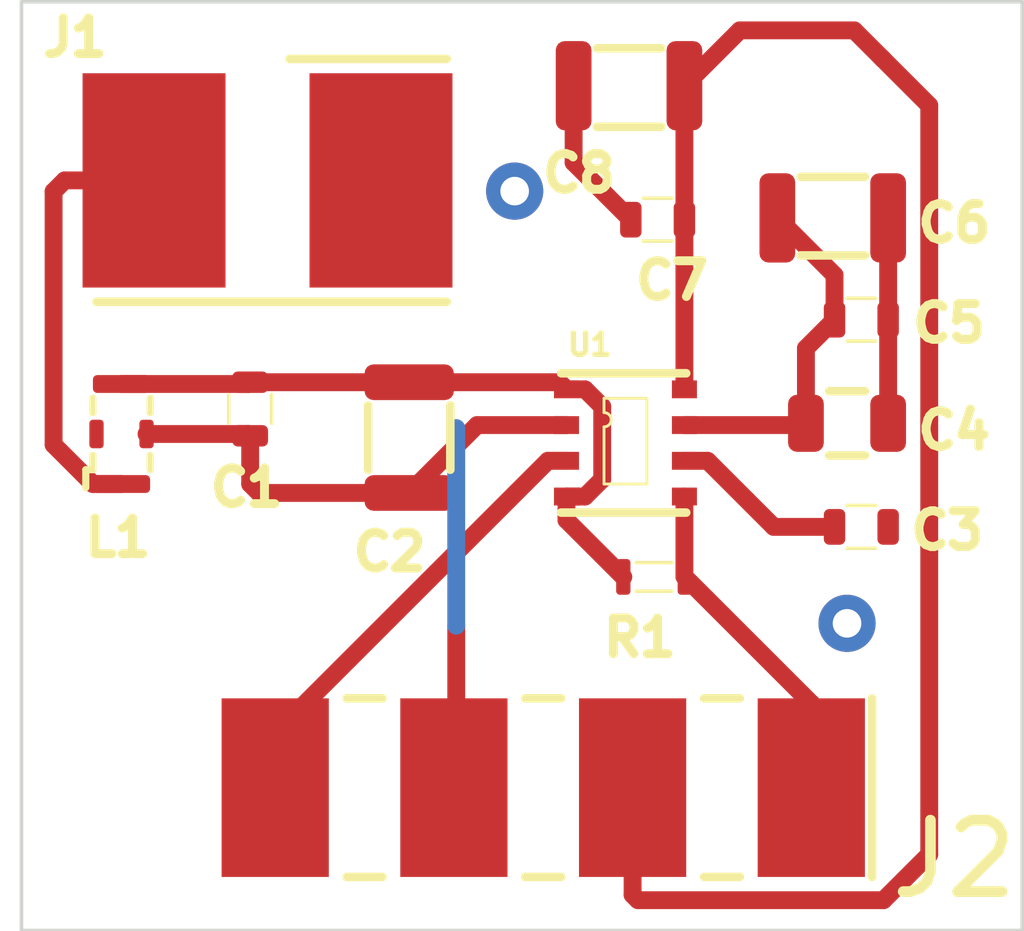
<source format=kicad_pcb>
(kicad_pcb (version 20171130) (host pcbnew 5.1.6-c6e7f7d~86~ubuntu18.04.1)

  (general
    (thickness 1.6)
    (drawings 4)
    (tracks 63)
    (zones 0)
    (modules 13)
    (nets 9)
  )

  (page A4)
  (layers
    (0 F.Cu signal)
    (31 B.Cu signal)
    (32 B.Adhes user hide)
    (33 F.Adhes user hide)
    (34 B.Paste user hide)
    (35 F.Paste user hide)
    (36 B.SilkS user)
    (37 F.SilkS user)
    (38 B.Mask user)
    (39 F.Mask user)
    (40 Dwgs.User user hide)
    (41 Cmts.User user hide)
    (42 Eco1.User user hide)
    (43 Eco2.User user hide)
    (44 Edge.Cuts user)
    (45 Margin user hide)
    (46 B.CrtYd user)
    (47 F.CrtYd user)
    (48 B.Fab user hide)
    (49 F.Fab user hide)
  )

  (setup
    (last_trace_width 0.25)
    (trace_clearance 0.2)
    (zone_clearance 0.25)
    (zone_45_only no)
    (trace_min 0.2)
    (via_size 0.8)
    (via_drill 0.4)
    (via_min_size 0.4)
    (via_min_drill 0.3)
    (uvia_size 0.3)
    (uvia_drill 0.1)
    (uvias_allowed no)
    (uvia_min_size 0.2)
    (uvia_min_drill 0.1)
    (edge_width 0.05)
    (segment_width 0.2)
    (pcb_text_width 0.3)
    (pcb_text_size 1.5 1.5)
    (mod_edge_width 0.12)
    (mod_text_size 1 1)
    (mod_text_width 0.15)
    (pad_size 1.524 1.524)
    (pad_drill 0.762)
    (pad_to_mask_clearance 0.051)
    (solder_mask_min_width 0.25)
    (aux_axis_origin 0 0)
    (visible_elements 7FFFFFFF)
    (pcbplotparams
      (layerselection 0x010f0_ffffffff)
      (usegerberextensions false)
      (usegerberattributes false)
      (usegerberadvancedattributes false)
      (creategerberjobfile false)
      (excludeedgelayer true)
      (linewidth 0.100000)
      (plotframeref false)
      (viasonmask false)
      (mode 1)
      (useauxorigin false)
      (hpglpennumber 1)
      (hpglpenspeed 20)
      (hpglpendiameter 15.000000)
      (psnegative false)
      (psa4output false)
      (plotreference true)
      (plotvalue true)
      (plotinvisibletext false)
      (padsonsilk false)
      (subtractmaskfromsilk false)
      (outputformat 1)
      (mirror false)
      (drillshape 0)
      (scaleselection 1)
      (outputdirectory ""))
  )

  (net 0 "")
  (net 1 GND)
  (net 2 "Net-(C1-Pad1)")
  (net 3 "Net-(C3-Pad1)")
  (net 4 /FMU-VDD_3V3)
  (net 5 /VDD_3V3_SENSORS)
  (net 6 /VDD_5V_IN)
  (net 7 /VDD_3V3_SENSORS_EN)
  (net 8 /FMU-!RESET)

  (net_class Default "This is the default net class."
    (clearance 0.2)
    (trace_width 0.25)
    (via_dia 0.8)
    (via_drill 0.4)
    (uvia_dia 0.3)
    (uvia_drill 0.1)
    (add_net /FMU-!RESET)
    (add_net /FMU-VDD_3V3)
    (add_net /VDD_3V3_SENSORS)
    (add_net /VDD_3V3_SENSORS_EN)
    (add_net /VDD_5V_IN)
    (add_net GND)
    (add_net "Net-(C1-Pad1)")
    (add_net "Net-(C3-Pad1)")
  )

  (module wooslib:CC0402ZRY5V7BB104_1.0x0.5mm (layer F.Cu) (tedit 5EC38E42) (tstamp 5EC42314)
    (at 149.2 104.7 270)
    (path /5EBE7262)
    (fp_text reference C1 (at 1.6 0.3 180) (layer F.SilkS)
      (effects (font (size 0.5 0.5) (thickness 0.125)))
    )
    (fp_text value 0u1 (at 0.5 1.15 90) (layer F.Fab)
      (effects (font (size 0.5 0.5) (thickness 0.125)))
    )
    (fp_line (start 0 0) (end 1 0) (layer F.Fab) (width 0.05))
    (fp_line (start 1 0.5) (end 0 0.5) (layer F.Fab) (width 0.05))
    (fp_line (start 1 0) (end 1 0.5) (layer F.Fab) (width 0.05))
    (fp_line (start 0 0) (end 0 0.5) (layer F.Fab) (width 0.05))
    (fp_line (start -0.1 -0.1) (end -0.1 0.6) (layer F.CrtYd) (width 0.05))
    (fp_line (start -0.1 0.6) (end 1.1 0.6) (layer F.CrtYd) (width 0.05))
    (fp_line (start 1.1 0.6) (end 1.1 -0.1) (layer F.CrtYd) (width 0.05))
    (fp_line (start 1.1 -0.1) (end -0.1 -0.1) (layer F.CrtYd) (width 0.05))
    (fp_line (start 0.3 -0.05) (end 0.7 -0.05) (layer F.SilkS) (width 0.05))
    (fp_line (start 0.3 0.55) (end 0.7 0.55) (layer F.SilkS) (width 0.05))
    (fp_text user %R (at 0.5 0.25 90) (layer F.Fab)
      (effects (font (size 0.25 0.25) (thickness 0.04)))
    )
    (pad 2 smd roundrect (at 0.875 0.25 270) (size 0.3 0.5) (layers F.Cu F.Paste F.Mask) (roundrect_rratio 0.25)
      (net 1 GND))
    (pad 1 smd roundrect (at 0.125 0.25 270) (size 0.3 0.5) (layers F.Cu F.Paste F.Mask) (roundrect_rratio 0.25)
      (net 2 "Net-(C1-Pad1)"))
  )

  (module wooslib:CL21A106KAYNNNE_2.0x1.25mm (layer F.Cu) (tedit 5EC38EFE) (tstamp 5EC42325)
    (at 151.8 104.6 270)
    (path /5EBE7FB5)
    (fp_text reference C2 (at 2.6 0.9 180) (layer F.SilkS)
      (effects (font (size 0.5 0.5) (thickness 0.125)))
    )
    (fp_text value 10u/25V (at 0.8 2.05 90) (layer F.Fab)
      (effects (font (size 0.5 0.5) (thickness 0.125)))
    )
    (fp_line (start 2 0) (end 2 1.25) (layer F.Fab) (width 0.05))
    (fp_line (start 0 1.25) (end 2 1.25) (layer F.Fab) (width 0.05))
    (fp_line (start 0 0) (end 0 1.25) (layer F.Fab) (width 0.05))
    (fp_line (start 0 0) (end 2 0) (layer F.Fab) (width 0.05))
    (fp_line (start -0.1 -0.1) (end -0.1 1.375) (layer F.CrtYd) (width 0.05))
    (fp_line (start -0.1 1.375) (end 2.1 1.375) (layer F.CrtYd) (width 0.05))
    (fp_line (start 2.1 1.375) (end 2.1 -0.1) (layer F.CrtYd) (width 0.05))
    (fp_line (start 2.1 -0.1) (end -0.1 -0.1) (layer F.CrtYd) (width 0.05))
    (fp_line (start 0.55 0.05) (end 1.45 0.05) (layer F.SilkS) (width 0.12))
    (fp_line (start 1.45 1.2) (end 0.55 1.2) (layer F.SilkS) (width 0.12))
    (fp_text user %R (at 0.975 0.65 90) (layer F.Fab)
      (effects (font (size 0.4 0.4) (thickness 0.07)))
    )
    (pad 2 smd roundrect (at 1.775 0.625 270) (size 0.5 1.25) (layers F.Cu F.Paste F.Mask) (roundrect_rratio 0.25)
      (net 1 GND))
    (pad 1 smd roundrect (at 0.225 0.625 270) (size 0.5 1.25) (layers F.Cu F.Paste F.Mask) (roundrect_rratio 0.25)
      (net 2 "Net-(C1-Pad1)"))
  )

  (module wooslib:CC0402KRX7R7BB103_1.0x0.5mm (layer F.Cu) (tedit 5EC38E23) (tstamp 5EC42336)
    (at 156.9 106.5)
    (path /5EBE80C3)
    (fp_text reference C3 (at 1.8 0.4) (layer F.SilkS)
      (effects (font (size 0.5 0.5) (thickness 0.125)))
    )
    (fp_text value 10n (at 0.4 1.25) (layer F.Fab)
      (effects (font (size 0.5 0.5) (thickness 0.125)))
    )
    (fp_line (start 1.2 0) (end 0 0) (layer F.CrtYd) (width 0.05))
    (fp_line (start 1.2 0.7) (end 1.2 0) (layer F.CrtYd) (width 0.05))
    (fp_line (start 0 0.7) (end 1.2 0.7) (layer F.CrtYd) (width 0.05))
    (fp_line (start 0 0) (end 0 0.7) (layer F.CrtYd) (width 0.05))
    (fp_line (start 0.1 0.1) (end 0.1 0.6) (layer F.Fab) (width 0.05))
    (fp_line (start 1.1 0.1) (end 1.1 0.6) (layer F.Fab) (width 0.05))
    (fp_line (start 1.1 0.6) (end 0.1 0.6) (layer F.Fab) (width 0.05))
    (fp_line (start 0.1 0.1) (end 1.1 0.1) (layer F.Fab) (width 0.05))
    (fp_line (start 0.4 0.05) (end 0.8 0.05) (layer F.SilkS) (width 0.05))
    (fp_line (start 0.4 0.65) (end 0.8 0.65) (layer F.SilkS) (width 0.05))
    (fp_text user %R (at 0.6 0.35) (layer F.Fab)
      (effects (font (size 0.25 0.25) (thickness 0.04)))
    )
    (pad 1 smd roundrect (at 0.225 0.35) (size 0.3 0.5) (layers F.Cu F.Paste F.Mask) (roundrect_rratio 0.25)
      (net 3 "Net-(C3-Pad1)"))
    (pad 2 smd roundrect (at 0.975 0.35) (size 0.3 0.5) (layers F.Cu F.Paste F.Mask) (roundrect_rratio 0.25)
      (net 1 GND))
  )

  (module wooslib:CC0603ZRY5V7BB105_1.6x0.8 (layer F.Cu) (tedit 5EC38EE5) (tstamp 5EC42347)
    (at 156.5 105)
    (path /5EBE963D)
    (fp_text reference C4 (at 2.3 0.5) (layer F.SilkS)
      (effects (font (size 0.5 0.5) (thickness 0.125)))
    )
    (fp_text value 1u (at 0.575 1.525) (layer F.Fab)
      (effects (font (size 0.5 0.5) (thickness 0.125)))
    )
    (fp_line (start 0 0.8) (end 1.6 0.8) (layer F.Fab) (width 0.05))
    (fp_line (start 0 0) (end 1.6 0) (layer F.Fab) (width 0.05))
    (fp_line (start 0 0) (end 0 0.8) (layer F.Fab) (width 0.05))
    (fp_line (start 1.6 0.8) (end 1.6 0) (layer F.Fab) (width 0.05))
    (fp_line (start -0.1 -0.1) (end -0.1 0.9) (layer F.CrtYd) (width 0.05))
    (fp_line (start -0.1 0.9) (end 1.7 0.9) (layer F.CrtYd) (width 0.05))
    (fp_line (start 1.7 0.9) (end 1.7 -0.1) (layer F.CrtYd) (width 0.05))
    (fp_line (start 1.7 -0.1) (end -0.1 -0.1) (layer F.CrtYd) (width 0.05))
    (fp_line (start 0.55 -0.05) (end 1.05 -0.05) (layer F.SilkS) (width 0.12))
    (fp_line (start 0.55 0.85) (end 1.05 0.85) (layer F.SilkS) (width 0.12))
    (fp_text user %R (at 0.81 0.42) (layer F.Fab)
      (effects (font (size 0.35 0.35) (thickness 0.07)))
    )
    (pad 1 smd roundrect (at 0.225 0.4) (size 0.5 0.8) (layers F.Cu F.Paste F.Mask) (roundrect_rratio 0.25)
      (net 4 /FMU-VDD_3V3))
    (pad 2 smd roundrect (at 1.375 0.4) (size 0.5 0.8) (layers F.Cu F.Paste F.Mask) (roundrect_rratio 0.25)
      (net 1 GND))
  )

  (module wooslib:CC0402ZRY5V7BB104_1.0x0.5mm (layer F.Cu) (tedit 5EC38E42) (tstamp 5EC42358)
    (at 157 103.7)
    (path /5EBE8163)
    (fp_text reference C5 (at 1.725 0.3) (layer F.SilkS)
      (effects (font (size 0.5 0.5) (thickness 0.125)))
    )
    (fp_text value 0u1 (at 0.5 1.15) (layer F.Fab)
      (effects (font (size 0.5 0.5) (thickness 0.125)))
    )
    (fp_line (start 0.3 0.55) (end 0.7 0.55) (layer F.SilkS) (width 0.05))
    (fp_line (start 0.3 -0.05) (end 0.7 -0.05) (layer F.SilkS) (width 0.05))
    (fp_line (start 1.1 -0.1) (end -0.1 -0.1) (layer F.CrtYd) (width 0.05))
    (fp_line (start 1.1 0.6) (end 1.1 -0.1) (layer F.CrtYd) (width 0.05))
    (fp_line (start -0.1 0.6) (end 1.1 0.6) (layer F.CrtYd) (width 0.05))
    (fp_line (start -0.1 -0.1) (end -0.1 0.6) (layer F.CrtYd) (width 0.05))
    (fp_line (start 0 0) (end 0 0.5) (layer F.Fab) (width 0.05))
    (fp_line (start 1 0) (end 1 0.5) (layer F.Fab) (width 0.05))
    (fp_line (start 1 0.5) (end 0 0.5) (layer F.Fab) (width 0.05))
    (fp_line (start 0 0) (end 1 0) (layer F.Fab) (width 0.05))
    (fp_text user %R (at 0.5 0.25) (layer F.Fab)
      (effects (font (size 0.25 0.25) (thickness 0.04)))
    )
    (pad 1 smd roundrect (at 0.125 0.25) (size 0.3 0.5) (layers F.Cu F.Paste F.Mask) (roundrect_rratio 0.25)
      (net 4 /FMU-VDD_3V3))
    (pad 2 smd roundrect (at 0.875 0.25) (size 0.3 0.5) (layers F.Cu F.Paste F.Mask) (roundrect_rratio 0.25)
      (net 1 GND))
  )

  (module wooslib:CL21A226MAQNNNE_2.0x1.25mm (layer F.Cu) (tedit 5EC38F1D) (tstamp 5EC42369)
    (at 156 101.8)
    (path /5EBE81B4)
    (fp_text reference C6 (at 2.8 0.8) (layer F.SilkS)
      (effects (font (size 0.5 0.5) (thickness 0.125)))
    )
    (fp_text value 22u/25V (at 1 2) (layer F.Fab)
      (effects (font (size 0.5 0.5) (thickness 0.125)))
    )
    (fp_line (start 2.1 0.1) (end 2.1 1.35) (layer F.Fab) (width 0.05))
    (fp_line (start 2.2 0) (end 0 0) (layer F.CrtYd) (width 0.05))
    (fp_line (start 0.1 0.1) (end 2.1 0.1) (layer F.Fab) (width 0.05))
    (fp_line (start 0.1 0.1) (end 0.1 1.35) (layer F.Fab) (width 0.05))
    (fp_line (start 0.1 1.35) (end 2.1 1.35) (layer F.Fab) (width 0.05))
    (fp_line (start 2.2 1.475) (end 2.2 0) (layer F.CrtYd) (width 0.05))
    (fp_line (start 0 0) (end 0 1.475) (layer F.CrtYd) (width 0.05))
    (fp_line (start 0 1.475) (end 2.2 1.475) (layer F.CrtYd) (width 0.05))
    (fp_line (start 0.65 0.15) (end 1.55 0.15) (layer F.SilkS) (width 0.12))
    (fp_line (start 1.55 1.25) (end 0.65 1.25) (layer F.SilkS) (width 0.12))
    (fp_text user %R (at 1.075 0.75) (layer F.Fab)
      (effects (font (size 0.4 0.4) (thickness 0.07)))
    )
    (pad 1 smd roundrect (at 0.325 0.725) (size 0.5 1.25) (layers F.Cu F.Paste F.Mask) (roundrect_rratio 0.25)
      (net 4 /FMU-VDD_3V3))
    (pad 2 smd roundrect (at 1.875 0.725) (size 0.5 1.25) (layers F.Cu F.Paste F.Mask) (roundrect_rratio 0.25)
      (net 1 GND))
  )

  (module wooslib:CC0402ZRY5V7BB104_1.0x0.5mm (layer F.Cu) (tedit 5EC38E42) (tstamp 5EC4237A)
    (at 155.15 102.8 180)
    (path /5EBE8831)
    (fp_text reference C7 (at 0.3 -0.6) (layer F.SilkS)
      (effects (font (size 0.5 0.5) (thickness 0.125)))
    )
    (fp_text value 0u1 (at 0.5 1.15) (layer F.Fab)
      (effects (font (size 0.5 0.5) (thickness 0.125)))
    )
    (fp_line (start 0 0) (end 1 0) (layer F.Fab) (width 0.05))
    (fp_line (start 1 0.5) (end 0 0.5) (layer F.Fab) (width 0.05))
    (fp_line (start 1 0) (end 1 0.5) (layer F.Fab) (width 0.05))
    (fp_line (start 0 0) (end 0 0.5) (layer F.Fab) (width 0.05))
    (fp_line (start -0.1 -0.1) (end -0.1 0.6) (layer F.CrtYd) (width 0.05))
    (fp_line (start -0.1 0.6) (end 1.1 0.6) (layer F.CrtYd) (width 0.05))
    (fp_line (start 1.1 0.6) (end 1.1 -0.1) (layer F.CrtYd) (width 0.05))
    (fp_line (start 1.1 -0.1) (end -0.1 -0.1) (layer F.CrtYd) (width 0.05))
    (fp_line (start 0.3 -0.05) (end 0.7 -0.05) (layer F.SilkS) (width 0.05))
    (fp_line (start 0.3 0.55) (end 0.7 0.55) (layer F.SilkS) (width 0.05))
    (fp_text user %R (at 0.5 0.25) (layer F.Fab)
      (effects (font (size 0.25 0.25) (thickness 0.04)))
    )
    (pad 2 smd roundrect (at 0.875 0.25 180) (size 0.3 0.5) (layers F.Cu F.Paste F.Mask) (roundrect_rratio 0.25)
      (net 1 GND))
    (pad 1 smd roundrect (at 0.125 0.25 180) (size 0.3 0.5) (layers F.Cu F.Paste F.Mask) (roundrect_rratio 0.25)
      (net 5 /VDD_3V3_SENSORS))
  )

  (module wooslib:CL21A226MAQNNNE_2.0x1.25mm (layer F.Cu) (tedit 5EC38F1D) (tstamp 5EC4238B)
    (at 155.35 101.4 180)
    (path /5EBEA0B6)
    (fp_text reference C8 (at 1.8 -0.5) (layer F.SilkS)
      (effects (font (size 0.5 0.5) (thickness 0.125)))
    )
    (fp_text value 22u/25V (at 1 2) (layer F.Fab)
      (effects (font (size 0.5 0.5) (thickness 0.125)))
    )
    (fp_line (start 1.55 1.25) (end 0.65 1.25) (layer F.SilkS) (width 0.12))
    (fp_line (start 0.65 0.15) (end 1.55 0.15) (layer F.SilkS) (width 0.12))
    (fp_line (start 0 1.475) (end 2.2 1.475) (layer F.CrtYd) (width 0.05))
    (fp_line (start 0 0) (end 0 1.475) (layer F.CrtYd) (width 0.05))
    (fp_line (start 2.2 1.475) (end 2.2 0) (layer F.CrtYd) (width 0.05))
    (fp_line (start 0.1 1.35) (end 2.1 1.35) (layer F.Fab) (width 0.05))
    (fp_line (start 0.1 0.1) (end 0.1 1.35) (layer F.Fab) (width 0.05))
    (fp_line (start 0.1 0.1) (end 2.1 0.1) (layer F.Fab) (width 0.05))
    (fp_line (start 2.2 0) (end 0 0) (layer F.CrtYd) (width 0.05))
    (fp_line (start 2.1 0.1) (end 2.1 1.35) (layer F.Fab) (width 0.05))
    (fp_text user %R (at 1.075 0.75) (layer F.Fab)
      (effects (font (size 0.4 0.4) (thickness 0.07)))
    )
    (pad 2 smd roundrect (at 1.875 0.725 180) (size 0.5 1.25) (layers F.Cu F.Paste F.Mask) (roundrect_rratio 0.25)
      (net 1 GND))
    (pad 1 smd roundrect (at 0.325 0.725 180) (size 0.5 1.25) (layers F.Cu F.Paste F.Mask) (roundrect_rratio 0.25)
      (net 5 /VDD_3V3_SENSORS))
  )

  (module wooslib:FMU3_VDD_5V_IN_Connector (layer F.Cu) (tedit 5EC38F6A) (tstamp 5EC4239D)
    (at 145.7 102 90)
    (path /5EC3E655)
    (fp_text reference J1 (at 2 0.8 180) (layer F.SilkS)
      (effects (font (size 0.5 0.5) (thickness 0.125)))
    )
    (fp_text value Conn_01x02_Male (at 0 7 90) (layer F.Fab)
      (effects (font (size 0.5 0.5) (thickness 0.125)))
    )
    (fp_line (start -1 1) (end 1.5 1) (layer F.Fab) (width 0.12))
    (fp_line (start 1.5 1) (end 1.5 6) (layer F.Fab) (width 0.12))
    (fp_line (start 1.5 6) (end -1.5 6) (layer F.Fab) (width 0.12))
    (fp_line (start -1.5 6) (end -1.5 1.5) (layer F.Fab) (width 0.12))
    (fp_line (start -1.5 1.5) (end -1 1) (layer F.Fab) (width 0.12))
    (fp_line (start -2 0.5) (end -2 6.5) (layer F.CrtYd) (width 0.12))
    (fp_line (start -2 6.5) (end 2 6.5) (layer F.CrtYd) (width 0.12))
    (fp_line (start 2 6.5) (end 2 0.5) (layer F.CrtYd) (width 0.12))
    (fp_line (start 2 0.5) (end -2 0.5) (layer F.CrtYd) (width 0.12))
    (fp_line (start -1.7 1.1) (end -1.7 6) (layer F.SilkS) (width 0.12))
    (fp_line (start 1.7 6) (end 1.7 3.8) (layer F.SilkS) (width 0.12))
    (fp_text user %R (at 0 3.175) (layer F.Fab)
      (effects (font (size 1 1) (thickness 0.15)))
    )
    (pad 2 smd rect (at 0 5.08 90) (size 3 2) (layers F.Cu F.Paste F.Mask)
      (net 1 GND))
    (pad 1 smd rect (at 0 1.905 90) (size 3 2) (layers F.Cu F.Paste F.Mask)
      (net 6 /VDD_5V_IN))
  )

  (module wooslib:MIC5332_OUTPUT_Connector (layer F.Cu) (tedit 5EC390E2) (tstamp 5EC423B4)
    (at 154.3 110.5 270)
    (path /5EC5E87A)
    (fp_text reference J2 (at 1 -4.5 180) (layer F.SilkS)
      (effects (font (size 1 1) (thickness 0.15)))
    )
    (fp_text value Conn_01x04_Male (at 0 7 90) (layer F.Fab)
      (effects (font (size 1 1) (thickness 0.15)))
    )
    (fp_line (start -1 -3) (end -1 5.5) (layer F.Fab) (width 0.12))
    (fp_line (start -1 5.5) (end 1 5.5) (layer F.Fab) (width 0.12))
    (fp_line (start 1 5.5) (end 1 -3) (layer F.Fab) (width 0.12))
    (fp_line (start 1 -3) (end -1 -3) (layer F.Fab) (width 0.12))
    (fp_line (start -1.5 -3.5) (end -1.5 6) (layer F.CrtYd) (width 0.12))
    (fp_line (start -1.5 6) (end 1.5 6) (layer F.CrtYd) (width 0.12))
    (fp_line (start 1.5 6) (end 1.5 -3.5) (layer F.CrtYd) (width 0.12))
    (fp_line (start 1.5 -3.5) (end -1.5 -3.5) (layer F.CrtYd) (width 0.12))
    (fp_line (start -1.25 -1.5) (end -1.25 -1) (layer F.SilkS) (width 0.12))
    (fp_line (start 1.25 -1.5) (end 1.25 -1) (layer F.SilkS) (width 0.12))
    (fp_line (start -1.25 1) (end -1.25 1.5) (layer F.SilkS) (width 0.12))
    (fp_line (start 1.25 1) (end 1.25 1.5) (layer F.SilkS) (width 0.12))
    (fp_line (start 1.25 3.5) (end 1.25 4) (layer F.SilkS) (width 0.12))
    (fp_line (start -1.25 3.5) (end -1.25 4) (layer F.SilkS) (width 0.12))
    (fp_line (start -1.25 -3.35) (end 1.25 -3.35) (layer F.SilkS) (width 0.12))
    (pad 2 smd rect (at 0 0 270) (size 2.5 1.5) (layers F.Cu F.Paste F.Mask)
      (net 5 /VDD_3V3_SENSORS))
    (pad 1 smd rect (at 0 -2.5 270) (size 2.5 1.5) (layers F.Cu F.Paste F.Mask)
      (net 7 /VDD_3V3_SENSORS_EN))
    (pad 3 smd rect (at 0 2.5 270) (size 2.5 1.5) (layers F.Cu F.Paste F.Mask)
      (net 4 /FMU-VDD_3V3))
    (pad 4 smd rect (at 0 5 270) (size 2.5 1.5) (layers F.Cu F.Paste F.Mask)
      (net 8 /FMU-!RESET))
  )

  (module wooslib:KNH16C104DA5TS_EMI_filter (layer F.Cu) (tedit 5EC39048) (tstamp 5EC423D3)
    (at 146.8 106.3 90)
    (path /5EC31E0D)
    (fp_text reference L1 (at -0.7 0.3 180) (layer F.SilkS)
      (effects (font (size 0.5 0.5) (thickness 0.125)))
    )
    (fp_text value "Kyocera KNH16C104DA5TS EMI filter" (at 0.7 1.55 90) (layer F.Fab)
      (effects (font (size 0.5 0.5) (thickness 0.125)))
    )
    (fp_line (start 0 0) (end 1.5 0) (layer F.Fab) (width 0.05))
    (fp_line (start 1.5 0.7) (end 1.5 0) (layer F.Fab) (width 0.05))
    (fp_line (start 0 0.7) (end 1.5 0.7) (layer F.Fab) (width 0.05))
    (fp_line (start 0 0) (end 0 0.7) (layer F.Fab) (width 0.05))
    (fp_line (start 1 -0.1) (end 1 -0.2) (layer F.CrtYd) (width 0.05))
    (fp_line (start 1 -0.2) (end 0.5 -0.2) (layer F.CrtYd) (width 0.05))
    (fp_line (start 0.5 -0.2) (end 0.5 -0.1) (layer F.CrtYd) (width 0.05))
    (fp_line (start -0.15 -0.1) (end -0.15 0.8) (layer F.CrtYd) (width 0.05))
    (fp_line (start 0.5 0.8) (end 0.5 0.9) (layer F.CrtYd) (width 0.05))
    (fp_line (start 0.5 0.9) (end 1 0.9) (layer F.CrtYd) (width 0.05))
    (fp_line (start 1 0.9) (end 1 0.8) (layer F.CrtYd) (width 0.05))
    (fp_line (start 1.65 0.8) (end 1.65 -0.1) (layer F.CrtYd) (width 0.05))
    (fp_line (start -0.15 -0.1) (end 0.5 -0.1) (layer F.CrtYd) (width 0.05))
    (fp_line (start 1 -0.1) (end 1.65 -0.1) (layer F.CrtYd) (width 0.05))
    (fp_line (start 1.65 0.8) (end 1 0.8) (layer F.CrtYd) (width 0.05))
    (fp_line (start 0.5 0.8) (end -0.15 0.8) (layer F.CrtYd) (width 0.05))
    (fp_line (start 0 -0.15) (end 0.25 -0.15) (layer F.SilkS) (width 0.1))
    (fp_line (start 0.25 -0.15) (end 0.25 -0.05) (layer F.SilkS) (width 0.1))
    (fp_line (start 0.25 -0.05) (end 0.45 -0.05) (layer F.SilkS) (width 0.1))
    (fp_line (start 1.25 -0.05) (end 1.05 -0.05) (layer F.SilkS) (width 0.1))
    (fp_line (start 0.45 0.75) (end 0.25 0.75) (layer F.SilkS) (width 0.1))
    (fp_line (start 1.25 0.75) (end 1.05 0.75) (layer F.SilkS) (width 0.1))
    (fp_text user %R (at 0.75 0.375 90) (layer F.Fab)
      (effects (font (size 0.35 0.35) (thickness 0.075)))
    )
    (pad 4 smd roundrect (at 0.75 0 90) (size 0.4 0.2) (layers F.Cu F.Paste F.Mask) (roundrect_rratio 0.25))
    (pad 1 smd roundrect (at 0.05 0.35 90) (size 0.25 0.8) (layers F.Cu F.Paste F.Mask) (roundrect_rratio 0.24)
      (net 6 /VDD_5V_IN))
    (pad 3 smd roundrect (at 1.45 0.35 90) (size 0.25 0.8) (layers F.Cu F.Paste F.Mask) (roundrect_rratio 0.24)
      (net 2 "Net-(C1-Pad1)"))
    (pad 2 smd roundrect (at 0.75 0.7 90) (size 0.4 0.2) (layers F.Cu F.Paste F.Mask) (roundrect_rratio 0.25)
      (net 1 GND))
  )

  (module wooslib:RC0402FR-0710KL_1.0x0.5mm (layer F.Cu) (tedit 5EC3910A) (tstamp 5EC423E4)
    (at 155.1 107.8 180)
    (path /5EBF3B71)
    (fp_text reference R1 (at 0.7 -0.6) (layer F.SilkS)
      (effects (font (size 0.5 0.5) (thickness 0.125)))
    )
    (fp_text value 10K (at -0.3 1.7) (layer F.Fab)
      (effects (font (size 0.5 0.5) (thickness 0.125)))
    )
    (fp_line (start 0 0) (end 0 0.5) (layer F.Fab) (width 0.05))
    (fp_line (start 0 0) (end 1 0) (layer F.Fab) (width 0.05))
    (fp_line (start 1 0) (end 1 0.5) (layer F.Fab) (width 0.05))
    (fp_line (start 1 0.5) (end 0 0.5) (layer F.Fab) (width 0.05))
    (fp_line (start -0.1 -0.1) (end -0.1 0.6) (layer F.CrtYd) (width 0.05))
    (fp_line (start -0.1 0.6) (end 1.1 0.6) (layer F.CrtYd) (width 0.05))
    (fp_line (start 1.1 0.6) (end 1.1 -0.1) (layer F.CrtYd) (width 0.05))
    (fp_line (start 1.1 -0.1) (end -0.1 -0.1) (layer F.CrtYd) (width 0.05))
    (fp_line (start 0.25 0.05) (end 0.75 0.05) (layer F.SilkS) (width 0.05))
    (fp_line (start 0.75 0.45) (end 0.25 0.45) (layer F.SilkS) (width 0.05))
    (fp_text user %R (at 0.51 0.24) (layer F.Fab)
      (effects (font (size 0.2 0.2) (thickness 0.04)))
    )
    (pad 1 smd roundrect (at 0.07 0.25 180) (size 0.2 0.5) (layers F.Cu F.Paste F.Mask) (roundrect_rratio 0.25)
      (net 7 /VDD_3V3_SENSORS_EN))
    (pad 2 smd roundrect (at 0.93 0.25 180) (size 0.2 0.5) (layers F.Cu F.Paste F.Mask) (roundrect_rratio 0.25)
      (net 2 "Net-(C1-Pad1)"))
  )

  (module wooslib:MIC5332 (layer F.Cu) (tedit 5EC3907C) (tstamp 5EC42400)
    (at 153.2 104.8)
    (path /5EBE6924)
    (fp_text reference U1 (at 0.5 -0.5) (layer F.SilkS)
      (effects (font (size 0.3 0.3) (thickness 0.075)))
    )
    (fp_text value MIC5332 (at 0.8 2.3) (layer F.Fab)
      (effects (font (size 0.3 0.3) (thickness 0.075)))
    )
    (fp_line (start 0 -0.125) (end 2 -0.125) (layer F.Fab) (width 0.04))
    (fp_line (start 0 1.875) (end 0 -0.125) (layer F.Fab) (width 0.04))
    (fp_line (start 2 1.875) (end 0 1.875) (layer F.Fab) (width 0.04))
    (fp_line (start 2 -0.125) (end 2 1.875) (layer F.Fab) (width 0.04))
    (fp_line (start 0.7 1.45) (end 1.3 1.45) (layer F.SilkS) (width 0.04))
    (fp_line (start 1.3 1.45) (end 1.3 0.25) (layer F.SilkS) (width 0.04))
    (fp_line (start 1.3 0.25) (end 0.7 0.25) (layer F.SilkS) (width 0.04))
    (fp_line (start 0.7 0.25) (end 0.7 0.45) (layer F.SilkS) (width 0.04))
    (fp_line (start 0.7 0.65) (end 0.7 1.45) (layer F.SilkS) (width 0.04))
    (fp_line (start -0.1 2) (end 2.1 2) (layer F.CrtYd) (width 0.04))
    (fp_line (start 2.1 2) (end 2.1 -0.2) (layer F.CrtYd) (width 0.04))
    (fp_line (start 2.1 -0.2) (end -0.1 -0.2) (layer F.CrtYd) (width 0.04))
    (fp_line (start -0.1 -0.2) (end -0.1 2) (layer F.CrtYd) (width 0.04))
    (fp_line (start 0.1 -0.1) (end 1.85 -0.1) (layer F.SilkS) (width 0.12))
    (fp_line (start 1.85 1.85) (end 0.1 1.85) (layer F.SilkS) (width 0.12))
    (fp_arc (start 0.7 0.55) (end 0.7 0.45) (angle 180) (layer F.SilkS) (width 0.04))
    (pad 1 smd trapezoid (at 0.175 0.125 270) (size 0.25 0.35) (layers F.Cu F.Paste F.Mask)
      (net 2 "Net-(C1-Pad1)"))
    (pad 2 smd trapezoid (at 0.175 0.625 90) (size 0.25 0.35) (layers F.Cu F.Paste F.Mask)
      (net 1 GND))
    (pad 3 smd trapezoid (at 0.175 1.125 90) (size 0.25 0.35) (layers F.Cu F.Paste F.Mask)
      (net 8 /FMU-!RESET))
    (pad 4 smd trapezoid (at 0.175 1.625 90) (size 0.25 0.35) (layers F.Cu F.Paste F.Mask)
      (net 2 "Net-(C1-Pad1)"))
    (pad 5 smd trapezoid (at 1.825 1.625 90) (size 0.25 0.35) (layers F.Cu F.Paste F.Mask)
      (net 7 /VDD_3V3_SENSORS_EN))
    (pad 6 smd trapezoid (at 1.825 1.125 90) (size 0.25 0.35) (layers F.Cu F.Paste F.Mask)
      (net 3 "Net-(C3-Pad1)"))
    (pad 7 smd trapezoid (at 1.825 0.625 90) (size 0.25 0.35) (layers F.Cu F.Paste F.Mask)
      (net 4 /FMU-VDD_3V3))
    (pad 8 smd trapezoid (at 1.825 0.125 90) (size 0.25 0.35) (layers F.Cu F.Paste F.Mask)
      (net 5 /VDD_3V3_SENSORS))
  )

  (gr_line (start 159.75 99.5) (end 145.75 99.5) (layer Edge.Cuts) (width 0.05) (tstamp 5EC42F84))
  (gr_line (start 159.75 112.5) (end 159.75 99.5) (layer Edge.Cuts) (width 0.05))
  (gr_line (start 145.75 112.5) (end 159.75 112.5) (layer Edge.Cuts) (width 0.05))
  (gr_line (start 145.75 99.5) (end 145.75 112.5) (layer Edge.Cuts) (width 0.05))

  (segment (start 148.925 105.55) (end 148.95 105.575) (width 0.25) (layer F.Cu) (net 1))
  (segment (start 157.875 102.525) (end 157.875 103.95) (width 0.25) (layer F.Cu) (net 1))
  (segment (start 157.875 103.95) (end 157.875 105.4) (width 0.25) (layer F.Cu) (net 1))
  (segment (start 151.175 106.375) (end 152.125 105.425) (width 0.25) (layer F.Cu) (net 1))
  (segment (start 152.125 105.425) (end 153.375 105.425) (width 0.25) (layer F.Cu) (net 1))
  (segment (start 148.95 106.25) (end 149.075 106.375) (width 0.25) (layer F.Cu) (net 1))
  (segment (start 148.95 105.575) (end 148.95 106.25) (width 0.25) (layer F.Cu) (net 1))
  (segment (start 149.075 106.375) (end 151.175 106.375) (width 0.25) (layer F.Cu) (net 1))
  (segment (start 147.5 105.55) (end 148.925 105.55) (width 0.25) (layer F.Cu) (net 1))
  (segment (start 153.475 101.75) (end 154.275 102.55) (width 0.25) (layer F.Cu) (net 1))
  (segment (start 153.475 100.675) (end 153.475 101.75) (width 0.25) (layer F.Cu) (net 1))
  (via (at 152.65 102.15) (size 0.8) (drill 0.4) (layers F.Cu B.Cu) (net 1))
  (via (at 157.3 108.2) (size 0.8) (drill 0.4) (layers F.Cu B.Cu) (net 1))
  (segment (start 148.925 104.85) (end 148.95 104.825) (width 0.25) (layer F.Cu) (net 2))
  (segment (start 153.275 104.825) (end 153.375 104.925) (width 0.25) (layer F.Cu) (net 2))
  (segment (start 153.375 106.755) (end 154.17 107.55) (width 0.25) (layer F.Cu) (net 2))
  (segment (start 153.375 106.425) (end 153.375 106.755) (width 0.25) (layer F.Cu) (net 2))
  (segment (start 153.55 106.425) (end 153.375 106.425) (width 0.25) (layer F.Cu) (net 2))
  (segment (start 153.87501 106.184626) (end 153.634636 106.425) (width 0.25) (layer F.Cu) (net 2))
  (segment (start 153.634636 106.425) (end 153.55 106.425) (width 0.25) (layer F.Cu) (net 2))
  (segment (start 153.87501 105.165374) (end 153.87501 106.184626) (width 0.25) (layer F.Cu) (net 2))
  (segment (start 153.634636 104.925) (end 153.87501 105.165374) (width 0.25) (layer F.Cu) (net 2))
  (segment (start 153.375 104.925) (end 153.634636 104.925) (width 0.25) (layer F.Cu) (net 2))
  (segment (start 151.175 104.825) (end 153.275 104.825) (width 0.25) (layer F.Cu) (net 2))
  (segment (start 148.95 104.825) (end 151.175 104.825) (width 0.25) (layer F.Cu) (net 2))
  (segment (start 147.15 104.85) (end 148.925 104.85) (width 0.25) (layer F.Cu) (net 2))
  (segment (start 155.025 105.925) (end 155.35 105.925) (width 0.25) (layer F.Cu) (net 3))
  (segment (start 155.35 105.925) (end 156.275 106.85) (width 0.25) (layer F.Cu) (net 3))
  (segment (start 157.125 106.85) (end 156.275 106.85) (width 0.25) (layer F.Cu) (net 3))
  (segment (start 156.7 105.425) (end 156.725 105.4) (width 0.25) (layer F.Cu) (net 4))
  (segment (start 155.025 105.425) (end 156.7 105.425) (width 0.25) (layer F.Cu) (net 4))
  (segment (start 156.725 104.35) (end 157.125 103.95) (width 0.25) (layer F.Cu) (net 4))
  (segment (start 156.725 105.4) (end 156.725 104.35) (width 0.25) (layer F.Cu) (net 4))
  (segment (start 157.125 103.325) (end 156.325 102.525) (width 0.25) (layer F.Cu) (net 4))
  (segment (start 157.125 103.95) (end 157.125 103.325) (width 0.25) (layer F.Cu) (net 4))
  (segment (start 151.832835 105.467165) (end 151.832835 108.232835) (width 0.25) (layer B.Cu) (net 4))
  (segment (start 151.832835 110.467165) (end 151.8 110.5) (width 0.25) (layer F.Cu) (net 4))
  (segment (start 151.832835 108.232835) (end 151.832835 110.467165) (width 0.25) (layer F.Cu) (net 4))
  (segment (start 155.799999 99.900001) (end 157.400001 99.900001) (width 0.25) (layer F.Cu) (net 5))
  (segment (start 155.025 100.675) (end 155.799999 99.900001) (width 0.25) (layer F.Cu) (net 5))
  (segment (start 155.025 100.675) (end 155.025 102.55) (width 0.25) (layer F.Cu) (net 5))
  (segment (start 155.025 102.55) (end 155.025 104.925) (width 0.25) (layer F.Cu) (net 5))
  (segment (start 157.810001 112.075001) (end 158.45001 111.434992) (width 0.25) (layer F.Cu) (net 5))
  (segment (start 154.375001 112.075001) (end 157.810001 112.075001) (width 0.25) (layer F.Cu) (net 5))
  (segment (start 154.3 112) (end 154.375001 112.075001) (width 0.25) (layer F.Cu) (net 5))
  (segment (start 154.3 110.5) (end 154.3 112) (width 0.25) (layer F.Cu) (net 5))
  (segment (start 157.400001 99.900001) (end 157.8 100.3) (width 0.25) (layer F.Cu) (net 5))
  (segment (start 157.774999 100.274999) (end 157.8 100.3) (width 0.25) (layer F.Cu) (net 5))
  (segment (start 158.45001 100.95001) (end 157.8 100.3) (width 0.25) (layer F.Cu) (net 5))
  (segment (start 158.45001 111.434992) (end 158.45001 100.95001) (width 0.25) (layer F.Cu) (net 5))
  (segment (start 146.75 106.25) (end 146.2 105.7) (width 0.25) (layer F.Cu) (net 6))
  (segment (start 147.15 106.25) (end 146.75 106.25) (width 0.25) (layer F.Cu) (net 6))
  (segment (start 146.355 102) (end 147.605 102) (width 0.25) (layer F.Cu) (net 6))
  (segment (start 146.2 102.155) (end 146.355 102) (width 0.25) (layer F.Cu) (net 6))
  (segment (start 146.2 105.7) (end 146.2 102.155) (width 0.25) (layer F.Cu) (net 6))
  (segment (start 156.8 109.32) (end 156.8 110.5) (width 0.25) (layer F.Cu) (net 7))
  (segment (start 155.03 107.55) (end 156.8 109.32) (width 0.25) (layer F.Cu) (net 7))
  (segment (start 155.025 107.545) (end 155.03 107.55) (width 0.25) (layer F.Cu) (net 7))
  (segment (start 155.025 106.425) (end 155.025 107.545) (width 0.25) (layer F.Cu) (net 7))
  (segment (start 153.2 105.925) (end 153.375 105.925) (width 0.25) (layer F.Cu) (net 8))
  (segment (start 153.115364 105.925) (end 153.2 105.925) (width 0.25) (layer F.Cu) (net 8))
  (segment (start 149.3 109.740364) (end 153.115364 105.925) (width 0.25) (layer F.Cu) (net 8))
  (segment (start 149.3 110.5) (end 149.3 109.740364) (width 0.25) (layer F.Cu) (net 8))

)

</source>
